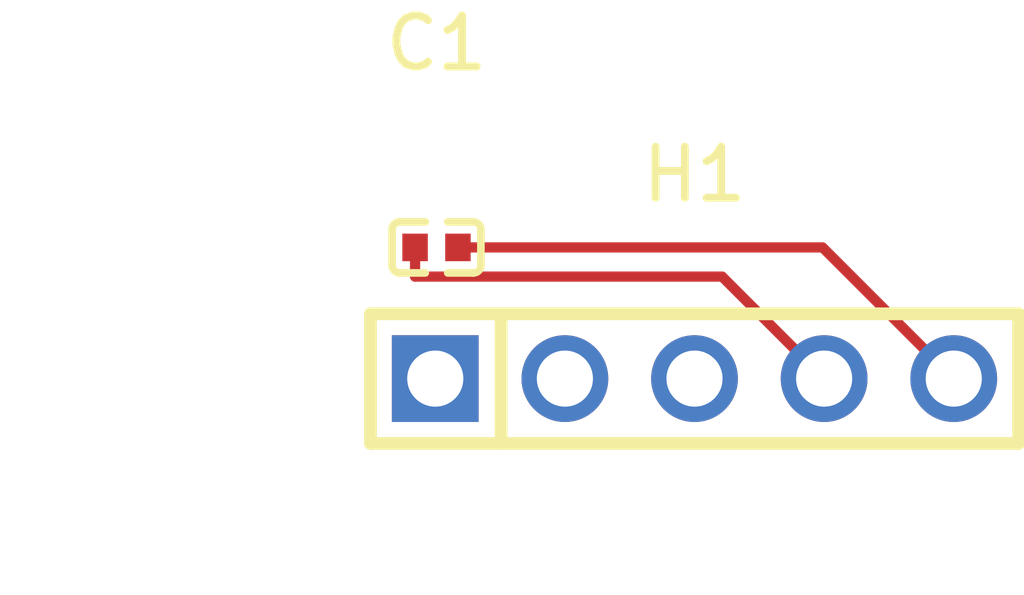
<source format=kicad_pcb>
(kicad_pcb (version 20241229) (generator "pcbnew") (generator_version "9.0")
  (layers (0 "F.Cu" signal) (2 "B.Cu" signal) (13 "F.Paste" user) (15 "B.Paste" user) (5 "F.SilkS" user "F.Silkscreen") (7 "B.SilkS" user "B.Silkscreen") (1 "F.Mask" user) (3 "B.Mask" user) (25 "Edge.Cuts" user))
  (net 0 "")
  (net 1 "SWD_RESET")
  (net 2 "SWD_CLK")
  (net 3 "SWD_DIO")
  (net 4 "GND")
  (net 5 "VCC")
  (footprint "Samsung_Electro_Mechanics_CL05B104KO5NNNC:C0402" (layer "F.Cu") (at 93.9871 120)
    (property "Reference" "C1" (at 0 -4 0) (layer "F.SilkS"))
    (property "Value" "100nF ±10% 16V X7R")
    (fp_line (start -0.87 0.35) (end -0.87 -0.35) (stroke (width 0.15)) (layer "F.SilkS"))
    (fp_line (start -0.72 -0.5) (end -0.22 -0.5) (stroke (width 0.15)) (layer "F.SilkS"))
    (fp_line (start -0.22 0.5) (end -0.72 0.5) (stroke (width 0.15)) (layer "F.SilkS"))
    (fp_line (start 0.22 -0.5) (end 0.72 -0.5) (stroke (width 0.15)) (layer "F.SilkS"))
    (fp_line (start 0.72 0.5) (end 0.22 0.5) (stroke (width 0.15)) (layer "F.SilkS"))
    (fp_line (start 0.87 -0.35) (end 0.87 0.35) (stroke (width 0.15)) (layer "F.SilkS"))
    (fp_arc (start -0.87 -0.35) (mid -0.826066 -0.456066) (end -0.72 -0.5) (stroke (width 0.15)) (layer "F.SilkS"))
    (fp_arc (start -0.72 0.5) (mid -0.826066 0.456066) (end -0.87 0.35) (stroke (width 0.15)) (layer "F.SilkS"))
    (fp_arc (start 0.72 -0.5) (mid 0.826066 -0.456066) (end 0.87 -0.35) (stroke (width 0.15)) (layer "F.SilkS"))
    (fp_arc (start 0.87 0.35) (mid 0.826066 0.456066) (end 0.72 0.5) (stroke (width 0.15)) (layer "F.SilkS"))
    (fp_text user "${REFERENCE}" (at 0 -4 0) (layer "F.SilkS"))
    (pad "1" smd rect (at -0.42 0) (size 0.5 0.54) (layers "F.Cu" "F.Mask" "F.Paste") (net 1 "SWD_RESET"))
    (pad "2" smd rect (at 0.42 0) (size 0.5 0.54) (layers "F.Cu" "F.Mask" "F.Paste") (net 4 "GND"))
  )
  (footprint "Ckmtw_B_2100S05P_A110:HDR-TH_5P-P2.54-V-M" (layer "F.Cu") (at 99.043 122.5711)
    (property "Reference" "H1" (at 0 -4 0) (layer "F.SilkS"))
    (property "Value" "")
    (fp_line (start -6.35 -1.27) (end 6.35 -1.27) (stroke (width 0.25)) (layer "F.SilkS"))
    (fp_line (start -6.35 1.27) (end -6.35 -1.27) (stroke (width 0.25)) (layer "F.SilkS"))
    (fp_line (start -3.79 -1.27) (end -3.79 1.27) (stroke (width 0.25)) (layer "F.SilkS"))
    (fp_line (start 6.35 -1.27) (end 6.35 1.27) (stroke (width 0.25)) (layer "F.SilkS"))
    (fp_line (start 6.35 1.27) (end -6.35 1.27) (stroke (width 0.25)) (layer "F.SilkS"))
    (fp_text user "${REFERENCE}" (at 0 -4 0) (layer "F.SilkS"))
    (pad "1" thru_hole rect (at -5.08 0) (size 1.7 1.7) (drill 1.100023) (layers "*.Cu" "*.Mask") (net 5 "VCC"))
    (pad "2" thru_hole circle (at -2.54 0) (size 1.7 1.7) (drill 1.100023) (layers "*.Cu" "*.Mask") (net 3 "SWD_DIO"))
    (pad "3" thru_hole circle (at 0 0) (size 1.7 1.7) (drill 1.100023) (layers "*.Cu" "*.Mask") (net 2 "SWD_CLK"))
    (pad "4" thru_hole circle (at 2.54 0) (size 1.7 1.7) (drill 1.100023) (layers "*.Cu" "*.Mask") (net 1 "SWD_RESET"))
    (pad "5" thru_hole circle (at 5.08 0) (size 1.7 1.7) (drill 1.100023) (layers "*.Cu" "*.Mask") (net 4 "GND"))
  )
  (segment (start 93.5671 120.5717) (end 99.5836 120.5717) (width 0.2) (layer "F.Cu") (net 1))
  (segment (start 99.5836 120.5717) (end 101.583 122.5711) (width 0.2) (layer "F.Cu") (net 1))
  (segment (start 93.5671 120) (end 93.5671 120.5717) (width 0.2) (layer "F.Cu") (net 1))
  (segment (start 104.123 122.5711) (end 101.5519 120) (width 0.2) (layer "F.Cu") (net 4))
  (segment (start 101.5519 120) (end 94.4071 120) (width 0.2) (layer "F.Cu") (net 4))
)
</source>
